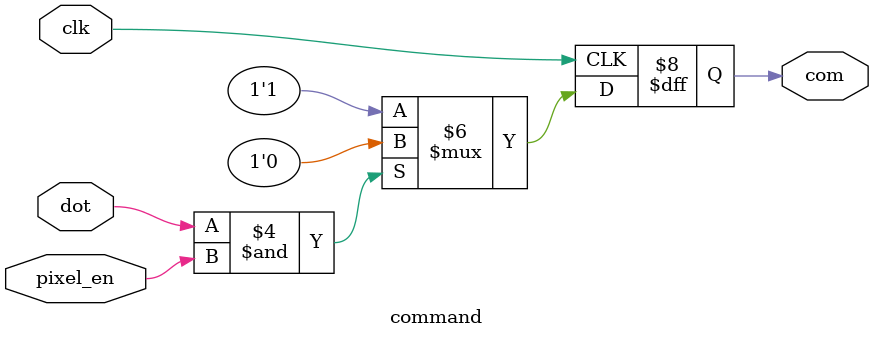
<source format=v>
`timescale 1ns / 1ps
module command(clk, com, pixel_en, dot);
    input clk;
    output com;
    input pixel_en;
	 input dot;

	reg com;
	
	//note inversion for output!!!!!!!
	always @(posedge clk)
		if ( (dot==1) & (pixel_en==1) ) com<=0;
		else com<=1;

endmodule

</source>
